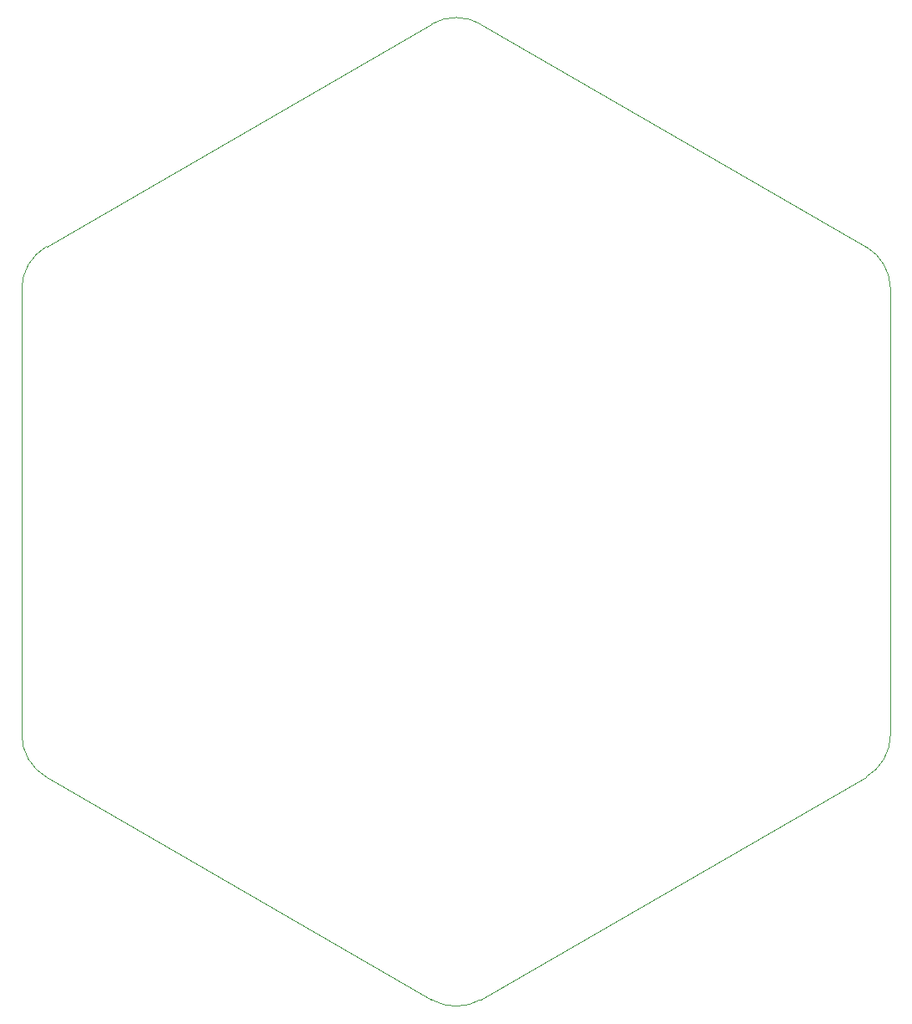
<source format=gbr>
G04 ================== begin FILE IDENTIFICATION RECORD ==================*
G04 Layout Name:  H:/JJL/PROJ/GS-Respeaker-Adapter/DESIGN/Adapter-Rev01.brd*
G04 Film Name:    SixMicAdapter-OUTLINE-20200424*
G04 File Format:  Gerber RS274X*
G04 File Origin:  Cadence Allegro 16.6-2015-S108*
G04 Origin Date:  Fri Apr 24 13:42:39 2020*
G04 *
G04 Layer:  MANUFACTURING/BRD_OUTLINE_FILM*
G04 Layer:  MANUFACTURING/ALL_FILM*
G04 Layer:  ETCH/WIRE*
G04 Layer:  BOARD GEOMETRY/OUTLINE*
G04 *
G04 Offset:    (0.0000 0.0000)*
G04 Mirror:    No*
G04 Mode:      Positive*
G04 Rotation:  0*
G04 FullContactRelief:  No*
G04 UndefLineWidth:     0.0010*
G04 ================== end FILE IDENTIFICATION RECORD ====================*
%FSLAX35Y35*MOMM*%
%IR0*IPPOS*OFA0.00000B0.00000*MIA0B0*SFA1.00000B1.00000*%
%ADD10C,.001*%
G75*
%LPD*%
G75*
G54D10*
G01X-250000Y4936340D02*
X-4150000Y2684670D01*
G03X-4400000Y2251660I250001J-433013D01*
G01Y-2251660D01*
G03X-4150000Y-2684670I500001J3D01*
G01X-250000Y-4936340D01*
G03X250000I250000J433011D01*
G01X4150000Y-2684670D01*
G03X4400000Y-2251660I-250001J433013D01*
G01Y2251660D01*
G03X4150000Y2684670I-500001J-3D01*
G01X250000Y4936340D01*
G03X-250000I-250000J-433011D01*
M02*

</source>
